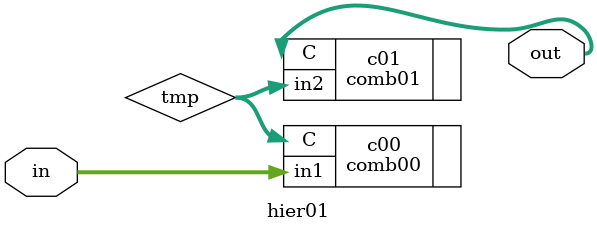
<source format=v>
module hier01( 
  input  [7:0] in, 
  output [7:0] out
  );
  wire [7:0] tmp;
  comb00 c00( .in1( in ), .C( tmp ) );
  comb01 c01( .in2( tmp ), .C( out ) );
endmodule

</source>
